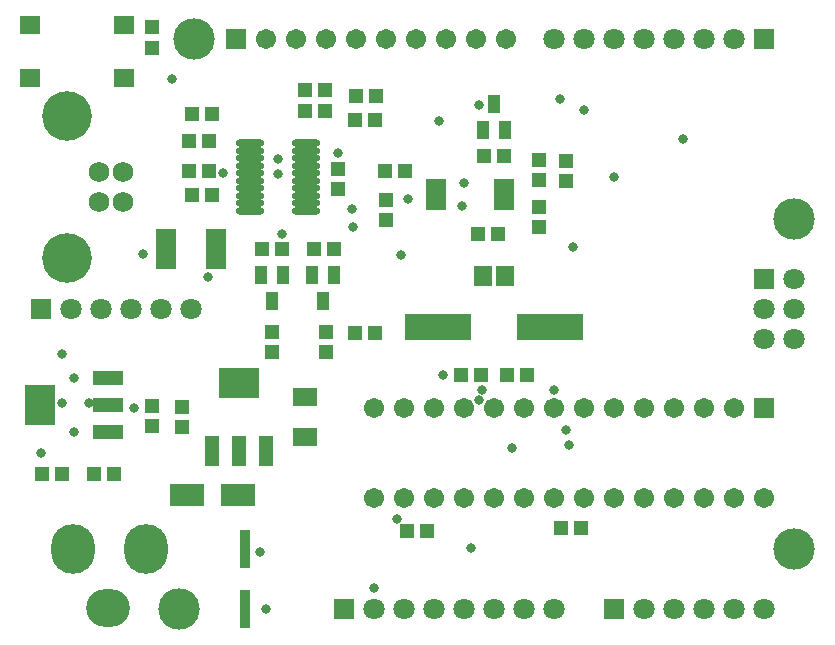
<source format=gts>
G04*
G04 #@! TF.GenerationSoftware,Altium Limited,Altium Designer,18.1.9 (240)*
G04*
G04 Layer_Color=8388736*
%FSLAX24Y24*%
%MOIN*%
G70*
G01*
G75*
%ADD33R,0.0474X0.0513*%
%ADD34R,0.0513X0.0474*%
%ADD35R,0.0415X0.0592*%
%ADD36R,0.0671X0.0257*%
%ADD37R,0.0592X0.0671*%
%ADD38R,0.0789X0.0631*%
%ADD39R,0.0671X0.1340*%
%ADD40R,0.1025X0.1379*%
%ADD41R,0.1025X0.0474*%
%ADD42R,0.1123X0.0769*%
%ADD43R,0.0375X0.1261*%
%ADD44R,0.0690X0.0592*%
%ADD45O,0.0966X0.0237*%
%ADD46R,0.2245X0.0867*%
%ADD47R,0.0474X0.1025*%
%ADD48R,0.1379X0.1025*%
%ADD49C,0.1379*%
%ADD50C,0.0710*%
%ADD51R,0.0710X0.0710*%
%ADD52C,0.0680*%
%ADD53C,0.1655*%
%ADD54C,0.0671*%
%ADD55R,0.0671X0.0671*%
%ADD56R,0.0710X0.0710*%
%ADD57R,0.0671X0.0671*%
%ADD58O,0.1458X0.1261*%
%ADD59O,0.1458X0.1655*%
%ADD60C,0.0320*%
D33*
X12400Y14635D02*
D03*
Y13965D02*
D03*
X17500Y15969D02*
D03*
Y15300D02*
D03*
Y14400D02*
D03*
Y13731D02*
D03*
X10400Y9565D02*
D03*
Y10235D02*
D03*
X8600D02*
D03*
Y9565D02*
D03*
X10800Y15000D02*
D03*
Y15669D02*
D03*
X5600Y7065D02*
D03*
Y7735D02*
D03*
X4600Y7100D02*
D03*
Y7769D02*
D03*
X4600Y20383D02*
D03*
Y19714D02*
D03*
X18400Y15935D02*
D03*
Y15265D02*
D03*
D34*
X12365Y15600D02*
D03*
X13035D02*
D03*
X11400Y18100D02*
D03*
X12069D02*
D03*
X16335Y16100D02*
D03*
X15665D02*
D03*
X15465Y13500D02*
D03*
X16135D02*
D03*
X11365Y17300D02*
D03*
X12035D02*
D03*
X10369Y17600D02*
D03*
X9700D02*
D03*
X10369Y18300D02*
D03*
X9700D02*
D03*
X12035Y10200D02*
D03*
X11365D02*
D03*
X10000Y13000D02*
D03*
X10669D02*
D03*
X1600Y5500D02*
D03*
X931D02*
D03*
X8265Y13000D02*
D03*
X8935D02*
D03*
X3335Y5500D02*
D03*
X2665D02*
D03*
X6600Y17500D02*
D03*
X5931D02*
D03*
X6600Y14800D02*
D03*
X5931D02*
D03*
X5831Y15600D02*
D03*
X6500D02*
D03*
X5831Y16600D02*
D03*
X6500D02*
D03*
X13100Y3600D02*
D03*
X13769D02*
D03*
X18900Y3700D02*
D03*
X18231D02*
D03*
X14900Y8800D02*
D03*
X15569D02*
D03*
X17100D02*
D03*
X16431D02*
D03*
D35*
X16000Y17833D02*
D03*
X16374Y16967D02*
D03*
X15626D02*
D03*
X10300Y11267D02*
D03*
X9926Y12133D02*
D03*
X10674D02*
D03*
X8600Y11267D02*
D03*
X8226Y12133D02*
D03*
X8974D02*
D03*
D36*
X16342Y15184D02*
D03*
Y14928D02*
D03*
Y14672D02*
D03*
Y14416D02*
D03*
X14058D02*
D03*
Y14672D02*
D03*
Y14928D02*
D03*
Y15184D02*
D03*
D37*
X16374Y12100D02*
D03*
X15626D02*
D03*
D38*
X9700Y6731D02*
D03*
Y8069D02*
D03*
D39*
X5073Y13000D02*
D03*
X6727D02*
D03*
D40*
X858Y7800D02*
D03*
D41*
X3142Y8706D02*
D03*
Y7800D02*
D03*
Y6894D02*
D03*
D42*
X5754Y4800D02*
D03*
X7446D02*
D03*
D43*
X7700Y3000D02*
D03*
Y1000D02*
D03*
D44*
X3665Y18709D02*
D03*
X535D02*
D03*
Y20481D02*
D03*
X3665D02*
D03*
D45*
X7865Y16525D02*
D03*
Y16275D02*
D03*
Y16025D02*
D03*
Y15775D02*
D03*
Y15525D02*
D03*
Y15275D02*
D03*
Y15025D02*
D03*
Y14775D02*
D03*
Y14525D02*
D03*
Y14275D02*
D03*
X9735Y16525D02*
D03*
Y16275D02*
D03*
Y16025D02*
D03*
Y15775D02*
D03*
Y15525D02*
D03*
Y15275D02*
D03*
Y15025D02*
D03*
Y14775D02*
D03*
Y14525D02*
D03*
Y14275D02*
D03*
D46*
X14130Y10400D02*
D03*
X17870D02*
D03*
D47*
X6594Y6258D02*
D03*
X7500D02*
D03*
X8406D02*
D03*
D48*
X7500Y8542D02*
D03*
D49*
X6000Y20000D02*
D03*
X26000Y14000D02*
D03*
Y3000D02*
D03*
X5500Y1000D02*
D03*
D50*
X18000D02*
D03*
X17000D02*
D03*
X16000D02*
D03*
X15000D02*
D03*
X14000D02*
D03*
X13000D02*
D03*
X12000D02*
D03*
X5900Y11000D02*
D03*
X4900D02*
D03*
X3900D02*
D03*
X2900D02*
D03*
X1900D02*
D03*
X25000Y1000D02*
D03*
X24000D02*
D03*
X23000D02*
D03*
X22000D02*
D03*
X21000D02*
D03*
X26000Y12000D02*
D03*
X25000Y11000D02*
D03*
X26000D02*
D03*
X25000Y10000D02*
D03*
X26000D02*
D03*
X18000Y20000D02*
D03*
X19000D02*
D03*
X20000D02*
D03*
X21000D02*
D03*
X22000D02*
D03*
X23000D02*
D03*
X24000D02*
D03*
D51*
X11000Y1000D02*
D03*
X900Y11000D02*
D03*
X20000Y1000D02*
D03*
X25000Y20000D02*
D03*
D52*
X3614Y14578D02*
D03*
Y15562D02*
D03*
X2827Y14578D02*
D03*
Y15562D02*
D03*
X1760Y17440D02*
D03*
D53*
Y12700D02*
D03*
Y17440D02*
D03*
D54*
X12000Y4700D02*
D03*
X13000D02*
D03*
X14000D02*
D03*
X15000D02*
D03*
X16000D02*
D03*
X17000D02*
D03*
X18000D02*
D03*
X19000D02*
D03*
X20000D02*
D03*
X21000D02*
D03*
X22000D02*
D03*
X23000D02*
D03*
X24000D02*
D03*
X25000D02*
D03*
X12000Y7700D02*
D03*
X13000D02*
D03*
X14000D02*
D03*
X15000D02*
D03*
X16000D02*
D03*
X17000D02*
D03*
X18000D02*
D03*
X19000D02*
D03*
X20000D02*
D03*
X21000D02*
D03*
X22000D02*
D03*
X23000D02*
D03*
X24000D02*
D03*
X9400Y20007D02*
D03*
X16400D02*
D03*
X15400D02*
D03*
X14400D02*
D03*
X13400D02*
D03*
X12400D02*
D03*
X11400D02*
D03*
X10400D02*
D03*
X8400D02*
D03*
D55*
X25000Y7700D02*
D03*
D56*
Y12000D02*
D03*
D57*
X7400Y20007D02*
D03*
D58*
X3134Y1031D02*
D03*
D59*
X1953Y3000D02*
D03*
X4394D02*
D03*
D60*
X1604Y7872D02*
D03*
X1600Y9500D02*
D03*
X4000Y7700D02*
D03*
X2000Y8700D02*
D03*
X6970Y15525D02*
D03*
X8923Y13512D02*
D03*
X20000Y15409D02*
D03*
X12910Y12814D02*
D03*
X15500Y7964D02*
D03*
X16590Y6374D02*
D03*
X13118Y14672D02*
D03*
X14150Y17256D02*
D03*
X15510Y17804D02*
D03*
X6460Y12054D02*
D03*
X19000Y17625D02*
D03*
X15220Y3024D02*
D03*
X12750Y3994D02*
D03*
X18000Y8284D02*
D03*
X18400Y6964D02*
D03*
X18620Y13054D02*
D03*
X18500Y6469D02*
D03*
X2510Y7854D02*
D03*
X10800Y16194D02*
D03*
X11244Y14331D02*
D03*
X11280Y13734D02*
D03*
X18190Y17994D02*
D03*
X14920Y14416D02*
D03*
X4290Y12844D02*
D03*
X5250Y18654D02*
D03*
X15010Y15200D02*
D03*
X22300Y16664D02*
D03*
X8800Y16000D02*
D03*
Y15500D02*
D03*
X14300Y8800D02*
D03*
X15600Y8300D02*
D03*
X900Y6200D02*
D03*
X12000Y1700D02*
D03*
X2000Y6900D02*
D03*
X8200Y2900D02*
D03*
X8400Y1000D02*
D03*
M02*

</source>
